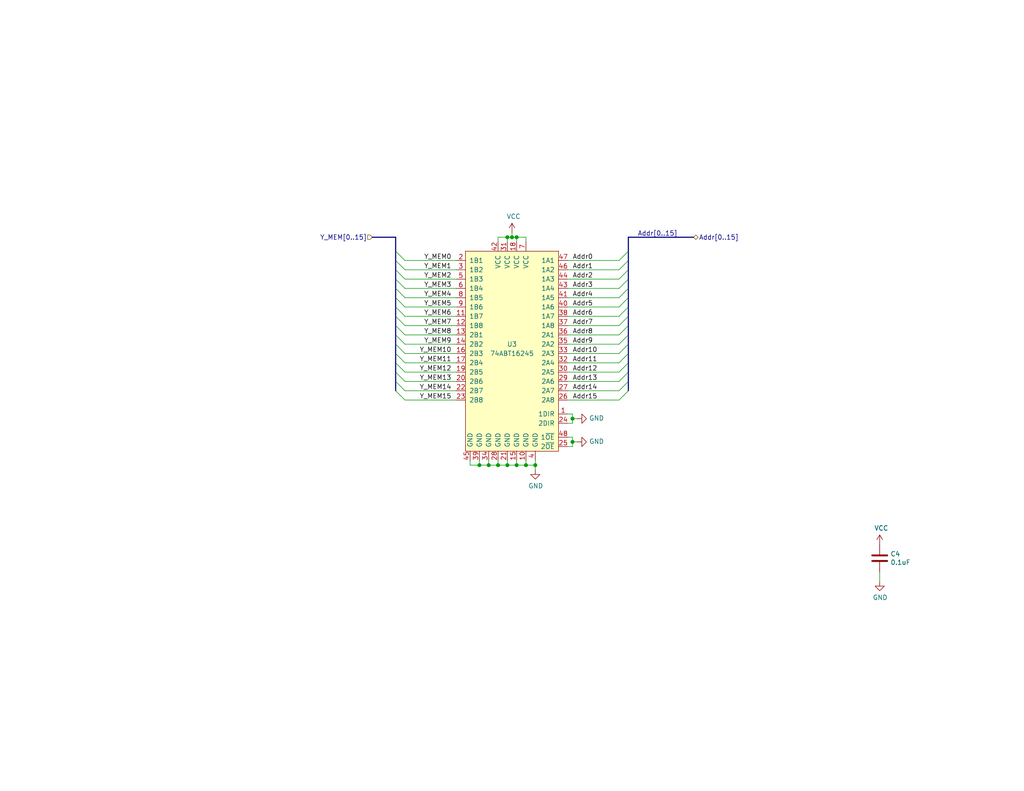
<source format=kicad_sch>
(kicad_sch (version 20230121) (generator eeschema)
  (paper "USLetter")
  (title_block (title "MEM: Buffer ALUResult") (date "2023-11-25") (rev "A") (comment 4 "Buffer the effective address before it leaves the main board."))
  (lib_symbols
    (symbol "Device:C" (pin_numbers hide) (pin_names (offset 0.254))
      (property "Reference" "C" (at 0.635 2.54 0))
      (property "Value" "C" (at 0.635 -2.54 0))
      (symbol "C_0_1"
        (polyline (pts (xy -2.032 -0.762) (xy 2.032 -0.762)) (stroke (width 0.508)))
        (polyline (pts (xy -2.032 0.762) (xy 2.032 0.762)) (stroke (width 0.508)))
      )
      (symbol "C_1_1"
        (pin passive line (at 0 3.81 270) (length 2.794) (name "~") (number "1"))
        (pin passive line (at 0 -3.81 90) (length 2.794) (name "~") (number "2"))
      )
    )
    (symbol "Turtle16:74ABT16245" (pin_names (offset 1.016))
      (property "Reference" "U" (at 0 1.27 0))
      (property "Value" "74ABT16245" (at 0 -1.27 0))
      (symbol "74ABT16245_0_1"
        (rectangle (start -12.7 26.67) (end 12.7 -27.94) (fill (type background)))
      )
      (symbol "74ABT16245_1_1"
        (pin input line (at -15.24 -17.78 0) (length 2.54) (name "1DIR") (number "1"))
        (pin power_in line (at -3.81 -30.48 90) (length 2.54) (name "GND") (number "10"))
        (pin tri_state line (at 15.24 8.89 180) (length 2.54) (name "1B7") (number "11"))
        (pin tri_state line (at 15.24 6.35 180) (length 2.54) (name "1B8") (number "12"))
        (pin tri_state line (at 15.24 3.81 180) (length 2.54) (name "2B1") (number "13"))
        (pin tri_state line (at 15.24 1.27 180) (length 2.54) (name "2B2") (number "14"))
        (pin power_in line (at -1.27 -30.48 90) (length 2.54) (name "GND") (number "15"))
        (pin tri_state line (at 15.24 -1.27 180) (length 2.54) (name "2B3") (number "16"))
        (pin tri_state line (at 15.24 -3.81 180) (length 2.54) (name "2B4") (number "17"))
        (pin power_in line (at -1.27 29.21 270) (length 2.54) (name "VCC") (number "18"))
        (pin tri_state line (at 15.24 -6.35 180) (length 2.54) (name "2B5") (number "19"))
        (pin tri_state line (at 15.24 24.13 180) (length 2.54) (name "1B1") (number "2"))
        (pin tri_state line (at 15.24 -8.89 180) (length 2.54) (name "2B6") (number "20"))
        (pin power_in line (at 1.27 -30.48 90) (length 2.54) (name "GND") (number "21"))
        (pin tri_state line (at 15.24 -11.43 180) (length 2.54) (name "2B7") (number "22"))
        (pin tri_state line (at 15.24 -13.97 180) (length 2.54) (name "2B8") (number "23"))
        (pin input line (at -15.24 -20.32 0) (length 2.54) (name "2DIR") (number "24"))
        (pin input line (at -15.24 -26.67 0) (length 2.54) (name "2~{OE}") (number "25"))
        (pin tri_state line (at -15.24 -13.97 0) (length 2.54) (name "2A8") (number "26"))
        (pin tri_state line (at -15.24 -11.43 0) (length 2.54) (name "2A7") (number "27"))
        (pin power_in line (at 3.81 -30.48 90) (length 2.54) (name "GND") (number "28"))
        (pin tri_state line (at -15.24 -8.89 0) (length 2.54) (name "2A6") (number "29"))
        (pin tri_state line (at 15.24 21.59 180) (length 2.54) (name "1B2") (number "3"))
        (pin tri_state line (at -15.24 -6.35 0) (length 2.54) (name "2A5") (number "30"))
        (pin power_in line (at 1.27 29.21 270) (length 2.54) (name "VCC") (number "31"))
        (pin tri_state line (at -15.24 -3.81 0) (length 2.54) (name "2A4") (number "32"))
        (pin tri_state line (at -15.24 -1.27 0) (length 2.54) (name "2A3") (number "33"))
        (pin power_in line (at 6.35 -30.48 90) (length 2.54) (name "GND") (number "34"))
        (pin tri_state line (at -15.24 1.27 0) (length 2.54) (name "2A2") (number "35"))
        (pin tri_state line (at -15.24 3.81 0) (length 2.54) (name "2A1") (number "36"))
        (pin tri_state line (at -15.24 6.35 0) (length 2.54) (name "1A8") (number "37"))
        (pin tri_state line (at -15.24 8.89 0) (length 2.54) (name "1A7") (number "38"))
        (pin power_in line (at 8.89 -30.48 90) (length 2.54) (name "GND") (number "39"))
        (pin power_in line (at -6.35 -30.48 90) (length 2.54) (name "GND") (number "4"))
        (pin tri_state line (at -15.24 11.43 0) (length 2.54) (name "1A6") (number "40"))
        (pin tri_state line (at -15.24 13.97 0) (length 2.54) (name "1A5") (number "41"))
        (pin power_in line (at 3.81 29.21 270) (length 2.54) (name "VCC") (number "42"))
        (pin tri_state line (at -15.24 16.51 0) (length 2.54) (name "1A4") (number "43"))
        (pin tri_state line (at -15.24 19.05 0) (length 2.54) (name "1A3") (number "44"))
        (pin power_in line (at 11.43 -30.48 90) (length 2.54) (name "GND") (number "45"))
        (pin tri_state line (at -15.24 21.59 0) (length 2.54) (name "1A2") (number "46"))
        (pin tri_state line (at -15.24 24.13 0) (length 2.54) (name "1A1") (number "47"))
        (pin input line (at -15.24 -24.13 0) (length 2.54) (name "1~{OE}") (number "48"))
        (pin tri_state line (at 15.24 19.05 180) (length 2.54) (name "1B3") (number "5"))
        (pin tri_state line (at 15.24 16.51 180) (length 2.54) (name "1B4") (number "6"))
        (pin power_in line (at -3.81 29.21 270) (length 2.54) (name "VCC") (number "7"))
        (pin tri_state line (at 15.24 13.97 180) (length 2.54) (name "1B5") (number "8"))
        (pin tri_state line (at 15.24 11.43 180) (length 2.54) (name "1B6") (number "9"))
      )
    )
    (symbol "power:GND" (power) (pin_names (offset 0))
      (property "Value" "GND" (at 0 -3.81 0))
      (symbol "GND_0_1"
        (polyline (pts (xy 0 0) (xy 0 -1.27) (xy 1.27 -1.27) (xy 0 -2.54) (xy -1.27 -1.27) (xy 0 -1.27)))
      )
      (symbol "GND_1_1"
        (pin power_in line (at 0 0 270) (length 0) hide (name "GND") (number "1"))
      )
    )
    (symbol "power:VCC" (power) (pin_names (offset 0))
      (property "Value" "VCC" (at 0 3.81 0))
      (symbol "VCC_0_1"
        (polyline (pts (xy -0.762 1.27) (xy 0 2.54)))
        (polyline (pts (xy 0 0) (xy 0 2.54)))
        (polyline (pts (xy 0 2.54) (xy 0.762 1.27)))
      )
      (symbol "VCC_1_1"
        (pin power_in line (at 0 0 90) (length 0) hide (name "VCC") (number "1"))
      )
    )
  )
  (junction (at 156.21 114.3))
  (junction (at 156.21 120.65))
  (junction (at 130.81 127))
  (junction (at 138.43 64.77))
  (junction (at 138.43 127))
  (junction (at 146.05 127))
  (junction (at 135.89 127))
  (junction (at 143.51 127))
  (junction (at 140.97 64.77))
  (junction (at 139.7 64.77))
  (junction (at 140.97 127))
  (junction (at 133.35 127))
  (bus_entry (at 110.49 88.9) (size -2.54 -2.54))
  (bus_entry (at 168.91 104.14) (size 2.54 -2.54))
  (bus_entry (at 110.49 91.44) (size -2.54 -2.54))
  (bus_entry (at 168.91 81.28) (size 2.54 -2.54))
  (bus_entry (at 110.49 81.28) (size -2.54 -2.54))
  (bus_entry (at 110.49 109.22) (size -2.54 -2.54))
  (bus_entry (at 168.91 101.6) (size 2.54 -2.54))
  (bus_entry (at 168.91 91.44) (size 2.54 -2.54))
  (bus_entry (at 110.49 93.98) (size -2.54 -2.54))
  (bus_entry (at 110.49 96.52) (size -2.54 -2.54))
  (bus_entry (at 168.91 71.12) (size 2.54 -2.54))
  (bus_entry (at 110.49 73.66) (size -2.54 -2.54))
  (bus_entry (at 110.49 71.12) (size -2.54 -2.54))
  (bus_entry (at 168.91 76.2) (size 2.54 -2.54))
  (bus_entry (at 168.91 106.68) (size 2.54 -2.54))
  (bus_entry (at 110.49 101.6) (size -2.54 -2.54))
  (bus_entry (at 110.49 83.82) (size -2.54 -2.54))
  (bus_entry (at 168.91 93.98) (size 2.54 -2.54))
  (bus_entry (at 168.91 109.22) (size 2.54 -2.54))
  (bus_entry (at 168.91 99.06) (size 2.54 -2.54))
  (bus_entry (at 110.49 104.14) (size -2.54 -2.54))
  (bus_entry (at 110.49 99.06) (size -2.54 -2.54))
  (bus_entry (at 168.91 96.52) (size 2.54 -2.54))
  (bus_entry (at 110.49 86.36) (size -2.54 -2.54))
  (bus_entry (at 168.91 88.9) (size 2.54 -2.54))
  (bus_entry (at 168.91 86.36) (size 2.54 -2.54))
  (bus_entry (at 168.91 78.74) (size 2.54 -2.54))
  (bus_entry (at 110.49 76.2) (size -2.54 -2.54))
  (bus_entry (at 110.49 106.68) (size -2.54 -2.54))
  (bus_entry (at 168.91 73.66) (size 2.54 -2.54))
  (bus_entry (at 168.91 83.82) (size 2.54 -2.54))
  (bus_entry (at 110.49 78.74) (size -2.54 -2.54))
  (wire (pts (xy 135.89 66.04) (xy 135.89 64.77)))
  (wire (pts (xy 168.91 93.98) (xy 154.94 93.98)))
  (wire (pts (xy 156.21 121.92) (xy 154.94 121.92)))
  (wire (pts (xy 168.91 106.68) (xy 154.94 106.68)))
  (wire (pts (xy 168.91 71.12) (xy 154.94 71.12)))
  (wire (pts (xy 143.51 127) (xy 143.51 125.73)))
  (wire (pts (xy 138.43 66.04) (xy 138.43 64.77)))
  (wire (pts (xy 156.21 115.57) (xy 154.94 115.57)))
  (wire (pts (xy 168.91 76.2) (xy 154.94 76.2)))
  (bus (pts (xy 171.45 68.58) (xy 171.45 71.12)))
  (wire (pts (xy 146.05 128.27) (xy 146.05 127)))
  (wire (pts (xy 138.43 127) (xy 135.89 127)))
  (bus (pts (xy 171.45 86.36) (xy 171.45 88.9)))
  (wire (pts (xy 110.49 106.68) (xy 124.46 106.68)))
  (bus (pts (xy 107.95 91.44) (xy 107.95 93.98)))
  (wire (pts (xy 110.49 88.9) (xy 124.46 88.9)))
  (wire (pts (xy 168.91 86.36) (xy 154.94 86.36)))
  (wire (pts (xy 110.49 101.6) (xy 124.46 101.6)))
  (wire (pts (xy 143.51 64.77) (xy 143.51 66.04)))
  (wire (pts (xy 140.97 127) (xy 143.51 127)))
  (bus (pts (xy 107.95 71.12) (xy 107.95 73.66)))
  (bus (pts (xy 171.45 81.28) (xy 171.45 83.82)))
  (wire (pts (xy 168.91 78.74) (xy 154.94 78.74)))
  (wire (pts (xy 110.49 81.28) (xy 124.46 81.28)))
  (wire (pts (xy 110.49 78.74) (xy 124.46 78.74)))
  (wire (pts (xy 157.48 120.65) (xy 156.21 120.65)))
  (wire (pts (xy 168.91 99.06) (xy 154.94 99.06)))
  (wire (pts (xy 135.89 127) (xy 135.89 125.73)))
  (wire (pts (xy 139.7 64.77) (xy 140.97 64.77)))
  (wire (pts (xy 168.91 88.9) (xy 154.94 88.9)))
  (wire (pts (xy 146.05 127) (xy 146.05 125.73)))
  (wire (pts (xy 140.97 127) (xy 140.97 125.73)))
  (wire (pts (xy 110.49 71.12) (xy 124.46 71.12)))
  (bus (pts (xy 107.95 78.74) (xy 107.95 81.28)))
  (wire (pts (xy 110.49 86.36) (xy 124.46 86.36)))
  (bus (pts (xy 107.95 83.82) (xy 107.95 86.36)))
  (wire (pts (xy 128.27 125.73) (xy 128.27 127)))
  (wire (pts (xy 110.49 83.82) (xy 124.46 83.82)))
  (wire (pts (xy 110.49 96.52) (xy 124.46 96.52)))
  (bus (pts (xy 107.95 93.98) (xy 107.95 96.52)))
  (bus (pts (xy 107.95 104.14) (xy 107.95 106.68)))
  (wire (pts (xy 110.49 73.66) (xy 124.46 73.66)))
  (wire (pts (xy 133.35 127) (xy 135.89 127)))
  (wire (pts (xy 140.97 66.04) (xy 140.97 64.77)))
  (wire (pts (xy 154.94 113.03) (xy 156.21 113.03)))
  (bus (pts (xy 107.95 64.77) (xy 107.95 68.58)))
  (bus (pts (xy 107.95 101.6) (xy 107.95 104.14)))
  (wire (pts (xy 139.7 63.5) (xy 139.7 64.77)))
  (wire (pts (xy 168.91 96.52) (xy 154.94 96.52)))
  (bus (pts (xy 171.45 73.66) (xy 171.45 76.2)))
  (wire (pts (xy 138.43 127) (xy 138.43 125.73)))
  (bus (pts (xy 171.45 93.98) (xy 171.45 96.52)))
  (wire (pts (xy 168.91 104.14) (xy 154.94 104.14)))
  (wire (pts (xy 154.94 119.38) (xy 156.21 119.38)))
  (wire (pts (xy 168.91 101.6) (xy 154.94 101.6)))
  (wire (pts (xy 156.21 120.65) (xy 156.21 121.92)))
  (bus (pts (xy 171.45 78.74) (xy 171.45 81.28)))
  (bus (pts (xy 107.95 81.28) (xy 107.95 83.82)))
  (bus (pts (xy 107.95 76.2) (xy 107.95 78.74)))
  (wire (pts (xy 168.91 91.44) (xy 154.94 91.44)))
  (bus (pts (xy 107.95 86.36) (xy 107.95 88.9)))
  (wire (pts (xy 156.21 114.3) (xy 156.21 115.57)))
  (wire (pts (xy 156.21 119.38) (xy 156.21 120.65)))
  (bus (pts (xy 171.45 99.06) (xy 171.45 101.6)))
  (bus (pts (xy 171.45 71.12) (xy 171.45 73.66)))
  (wire (pts (xy 130.81 127) (xy 133.35 127)))
  (wire (pts (xy 130.81 125.73) (xy 130.81 127)))
  (wire (pts (xy 168.91 83.82) (xy 154.94 83.82)))
  (wire (pts (xy 156.21 113.03) (xy 156.21 114.3)))
  (bus (pts (xy 171.45 91.44) (xy 171.45 93.98)))
  (bus (pts (xy 171.45 76.2) (xy 171.45 78.74)))
  (wire (pts (xy 135.89 64.77) (xy 138.43 64.77)))
  (bus (pts (xy 107.95 99.06) (xy 107.95 101.6)))
  (bus (pts (xy 171.45 88.9) (xy 171.45 91.44)))
  (wire (pts (xy 138.43 64.77) (xy 139.7 64.77)))
  (wire (pts (xy 110.49 104.14) (xy 124.46 104.14)))
  (wire (pts (xy 110.49 93.98) (xy 124.46 93.98)))
  (bus (pts (xy 171.45 104.14) (xy 171.45 106.68)))
  (bus (pts (xy 107.95 73.66) (xy 107.95 76.2)))
  (wire (pts (xy 128.27 127) (xy 130.81 127)))
  (wire (pts (xy 140.97 127) (xy 138.43 127)))
  (wire (pts (xy 168.91 109.22) (xy 154.94 109.22)))
  (wire (pts (xy 110.49 109.22) (xy 124.46 109.22)))
  (wire (pts (xy 140.97 64.77) (xy 143.51 64.77)))
  (bus (pts (xy 171.45 64.77) (xy 171.45 68.58)))
  (wire (pts (xy 110.49 99.06) (xy 124.46 99.06)))
  (bus (pts (xy 107.95 88.9) (xy 107.95 91.44)))
  (bus (pts (xy 107.95 68.58) (xy 107.95 71.12)))
  (wire (pts (xy 168.91 73.66) (xy 154.94 73.66)))
  (bus (pts (xy 171.45 96.52) (xy 171.45 99.06)))
  (wire (pts (xy 133.35 125.73) (xy 133.35 127)))
  (wire (pts (xy 110.49 91.44) (xy 124.46 91.44)))
  (wire (pts (xy 143.51 127) (xy 146.05 127)))
  (wire (pts (xy 157.48 114.3) (xy 156.21 114.3)))
  (bus (pts (xy 171.45 83.82) (xy 171.45 86.36)))
  (bus (pts (xy 171.45 101.6) (xy 171.45 104.14)))
  (wire (pts (xy 110.49 76.2) (xy 124.46 76.2)))
  (bus (pts (xy 107.95 96.52) (xy 107.95 99.06)))
  (bus (pts (xy 107.95 64.77) (xy 101.6 64.77)))
  (wire (pts (xy 168.91 81.28) (xy 154.94 81.28)))
  (wire (pts (xy 240.03 158.75) (xy 240.03 156.21)))
  (bus (pts (xy 171.45 64.77) (xy 189.23 64.77)))
  (label "Y_MEM3" (at 123.19 78.74 180))
  (label "Y_MEM15" (at 123.19 109.22 180))
  (label "Addr12" (at 156.21 101.6 0))
  (label "Y_MEM10" (at 123.19 96.52 180))
  (label "Y_MEM1" (at 123.19 73.66 180))
  (label "Addr10" (at 156.21 96.52 0))
  (label "Y_MEM0" (at 123.19 71.12 180))
  (label "Y_MEM14" (at 123.19 106.68 180))
  (label "Addr5" (at 156.21 83.82 0))
  (label "Y_MEM13" (at 123.19 104.14 180))
  (label "Y_MEM2" (at 123.19 76.2 180))
  (label "Addr9" (at 156.21 93.98 0))
  (label "Addr15" (at 156.21 109.22 0))
  (label "Addr11" (at 156.21 99.06 0))
  (label "Y_MEM7" (at 123.19 88.9 180))
  (label "Addr13" (at 156.21 104.14 0))
  (label "Addr[0..15]" (at 173.99 64.77 0))
  (label "Y_MEM8" (at 123.19 91.44 180))
  (label "Y_MEM12" (at 123.19 101.6 180))
  (label "Y_MEM9" (at 123.19 93.98 180))
  (label "Y_MEM6" (at 123.19 86.36 180))
  (label "Addr8" (at 156.21 91.44 0))
  (label "Addr3" (at 156.21 78.74 0))
  (label "Addr4" (at 156.21 81.28 0))
  (label "Y_MEM4" (at 123.19 81.28 180))
  (label "Addr1" (at 156.21 73.66 0))
  (label "Addr14" (at 156.21 106.68 0))
  (label "Y_MEM5" (at 123.19 83.82 180))
  (label "Y_MEM11" (at 123.19 99.06 180))
  (label "Addr6" (at 156.21 86.36 0))
  (label "Addr2" (at 156.21 76.2 0))
  (label "Addr0" (at 156.21 71.12 0))
  (label "Addr7" (at 156.21 88.9 0))
  (hierarchical_label "Addr[0..15]" (shape tri_state) (at 189.23 64.77 0))
  (hierarchical_label "Y_MEM[0..15]" (shape input) (at 101.6 64.77 180))
  (symbol (lib_id "Device:C") (at 240.03 152.4 0) (unit 1)
    (property "Reference" "C4" (at 242.951 151.2316 0) (effects (justify left)))
    (property "Value" "0.1uF" (at 242.951 153.543 0) (effects (justify left)))
    (property "Footprint" "Capacitor_SMD:C_0603_1608Metric" (effects hide))
    (property "Datasheet" "https://www.mouser.com/datasheet/2/396/taiyo_yuden_12132018_mlcc11_hq_e-1510082.pdf" (effects hide))
    (property "Manufacturer" "Taiyo Yuden" (effects hide))
    (property "Manufacturer#" "EMK107B7104KAHT" (effects hide))
    (property "Mouser#" "963-EMK107B7104KAHT" (effects hide))
    (property "Digikey#" "587-6004-1-ND" (effects hide))
  )
  (symbol (lib_id "power:VCC") (at 240.03 148.59 0) (unit 1)
    (property "Reference" "#PWR027" (effects hide))
    (property "Value" "VCC" (at 240.4618 144.1958 0))
  )
  (symbol (lib_id "power:GND") (at 240.03 158.75 0) (unit 1)
    (property "Reference" "#PWR028" (effects hide))
    (property "Value" "GND" (at 240.157 163.1442 0))
  )
  (symbol (lib_id "power:GND") (at 157.48 114.3 90) (unit 1)
    (property "Reference" "#PWR025" (effects hide))
    (property "Value" "GND" (at 160.7312 114.173 90) (effects (justify right)))
  )
  (symbol (lib_id "Turtle16:74ABT16245") (at 139.7 95.25 0) (mirror y) (unit 1)
    (property "Reference" "U3" (at 139.7 93.98 0))
    (property "Value" "74ABT16245" (at 139.7 96.52 0))
    (property "Footprint" "Package_SO:TSSOP-48_6.1x12.5mm_P0.5mm" (effects hide))
    (property "Datasheet" "https://www.ti.com/general/docs/suppproductinfo.tsp?distId=26&gotoUrl=https://www.ti.com/lit/gpn/sn74abth16245" (effects hide))
    (property "Manufacturer" "Texas Instruments" (effects hide))
    (property "Manufacturer#" "SN74ABTH16245DGGR" (effects hide))
    (property "Mouser#" "595-SNABTH16245DGGR" (effects hide))
    (property "Digikey#" "296-4124-1-ND" (effects hide))
  )
  (symbol (lib_id "power:GND") (at 146.05 128.27 0) (unit 1)
    (property "Reference" "#PWR024" (effects hide))
    (property "Value" "GND" (at 146.177 132.6642 0))
  )
  (symbol (lib_id "power:VCC") (at 139.7 63.5 0) (unit 1)
    (property "Reference" "#PWR023" (effects hide))
    (property "Value" "VCC" (at 140.1318 59.1058 0))
  )
  (symbol (lib_id "power:GND") (at 157.48 120.65 90) (unit 1)
    (property "Reference" "#PWR026" (effects hide))
    (property "Value" "GND" (at 160.7312 120.523 90) (effects (justify right)))
  )
)
</source>
